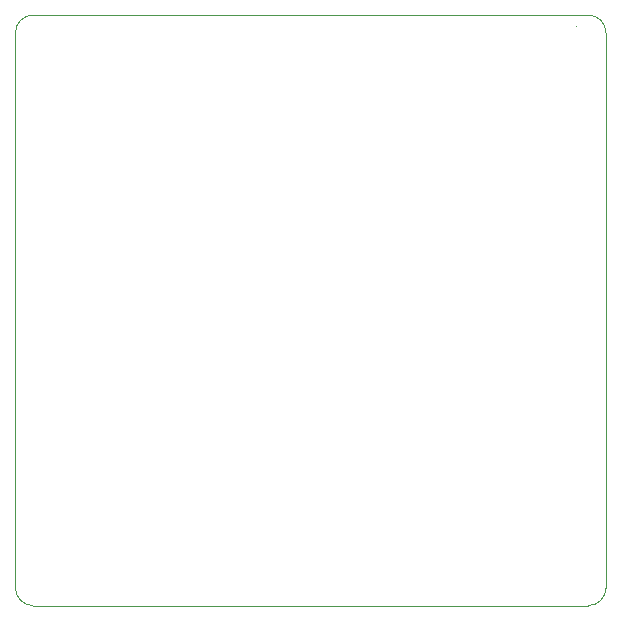
<source format=gm1>
G04 #@! TF.GenerationSoftware,KiCad,Pcbnew,6.0.11-2627ca5db0~126~ubuntu22.04.1*
G04 #@! TF.CreationDate,2023-02-12T13:28:32+01:00*
G04 #@! TF.ProjectId,mini-adapter,6d696e69-2d61-4646-9170-7465722e6b69,rev?*
G04 #@! TF.SameCoordinates,Original*
G04 #@! TF.FileFunction,Profile,NP*
%FSLAX46Y46*%
G04 Gerber Fmt 4.6, Leading zero omitted, Abs format (unit mm)*
G04 Created by KiCad (PCBNEW 6.0.11-2627ca5db0~126~ubuntu22.04.1) date 2023-02-12 13:28:32*
%MOMM*%
%LPD*%
G01*
G04 APERTURE LIST*
G04 #@! TA.AperFunction,Profile*
%ADD10C,0.100000*%
G04 #@! TD*
G04 APERTURE END LIST*
D10*
X159500001Y-125000000D02*
G75*
G03*
X159500001Y-125000000I-1J0D01*
G01*
X158500001Y-76000000D02*
G75*
G03*
X158500001Y-76000000I-1J0D01*
G01*
X112500000Y-75000000D02*
X159500000Y-75000000D01*
X111000001Y-123500000D02*
G75*
G03*
X111000001Y-123500000I-1J0D01*
G01*
X111000000Y-123500000D02*
X111000000Y-76500000D01*
X111000000Y-123500000D02*
G75*
G03*
X112500000Y-125000000I1500000J0D01*
G01*
X112500000Y-75000000D02*
G75*
G03*
X111000000Y-76500000I0J-1500000D01*
G01*
X159500000Y-125000000D02*
X112500000Y-125000000D01*
X161000000Y-76500000D02*
X161000000Y-123500000D01*
X161000000Y-76500000D02*
G75*
G03*
X159500000Y-75000000I-1500000J0D01*
G01*
X159500000Y-125000000D02*
G75*
G03*
X161000000Y-123500000I0J1500000D01*
G01*
M02*

</source>
